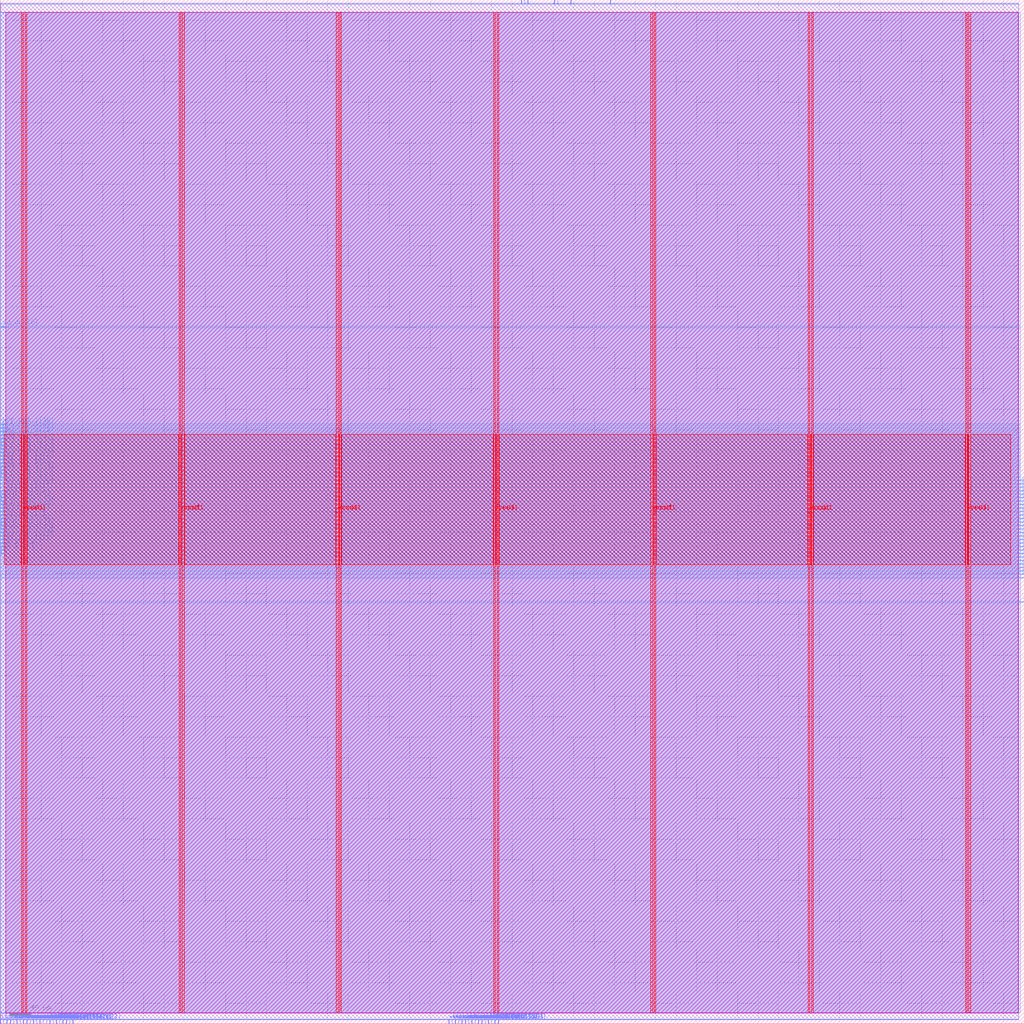
<source format=lef>
VERSION 5.7 ;
  NOWIREEXTENSIONATPIN ON ;
  DIVIDERCHAR "/" ;
  BUSBITCHARS "[]" ;
MACRO i2s_example
  CLASS BLOCK ;
  FOREIGN i2s_example ;
  ORIGIN 0.000 0.000 ;
  SIZE 1000.000 BY 1000.000 ;
  PIN io_in
    DIRECTION INPUT ;
    USE SIGNAL ;
    PORT
      LAYER met2 ;
        RECT 0.090 0.000 0.370 4.000 ;
    END
  END io_in
  PIN io_oeb[0]
    DIRECTION OUTPUT ;
    USE SIGNAL ;
    PORT
      LAYER met3 ;
        RECT 0.000 465.840 4.000 466.440 ;
    END
  END io_oeb[0]
  PIN io_oeb[1]
    DIRECTION OUTPUT ;
    USE SIGNAL ;
    PORT
      LAYER met2 ;
        RECT 557.150 996.000 557.430 1000.000 ;
    END
  END io_oeb[1]
  PIN io_oeb[2]
    DIRECTION OUTPUT ;
    USE SIGNAL ;
    PORT
      LAYER met2 ;
        RECT 595.790 996.000 596.070 1000.000 ;
    END
  END io_oeb[2]
  PIN io_out[0]
    DIRECTION OUTPUT ;
    USE SIGNAL ;
    PORT
      LAYER met3 ;
        RECT 0.000 680.040 4.000 680.640 ;
    END
  END io_out[0]
  PIN io_out[1]
    DIRECTION OUTPUT ;
    USE SIGNAL ;
    PORT
      LAYER met3 ;
        RECT 996.000 411.440 1000.000 412.040 ;
    END
  END io_out[1]
  PIN la_data_in
    DIRECTION INPUT ;
    USE SIGNAL ;
    PORT
      LAYER met2 ;
        RECT 3.310 0.000 3.590 4.000 ;
    END
  END la_data_in
  PIN la_data_out
    DIRECTION OUTPUT ;
    USE SIGNAL ;
    ANTENNADIFFAREA 2.673000 ;
    PORT
      LAYER met3 ;
        RECT 996.000 530.440 1000.000 531.040 ;
    END
  END la_data_out
  PIN la_oenb
    DIRECTION INPUT ;
    USE SIGNAL ;
    PORT
      LAYER met2 ;
        RECT 6.530 0.000 6.810 4.000 ;
    END
  END la_oenb
  PIN vccd1
    DIRECTION INOUT ;
    USE POWER ;
    PORT
      LAYER met4 ;
        RECT 21.040 10.640 22.640 987.600 ;
    END
    PORT
      LAYER met4 ;
        RECT 174.640 10.640 176.240 987.600 ;
    END
    PORT
      LAYER met4 ;
        RECT 328.240 10.640 329.840 987.600 ;
    END
    PORT
      LAYER met4 ;
        RECT 481.840 10.640 483.440 987.600 ;
    END
    PORT
      LAYER met4 ;
        RECT 635.440 10.640 637.040 987.600 ;
    END
    PORT
      LAYER met4 ;
        RECT 789.040 10.640 790.640 987.600 ;
    END
    PORT
      LAYER met4 ;
        RECT 942.640 10.640 944.240 987.600 ;
    END
  END vccd1
  PIN vssd1
    DIRECTION INOUT ;
    USE GROUND ;
    PORT
      LAYER met4 ;
        RECT 24.340 10.640 25.940 987.600 ;
    END
    PORT
      LAYER met4 ;
        RECT 177.940 10.640 179.540 987.600 ;
    END
    PORT
      LAYER met4 ;
        RECT 331.540 10.640 333.140 987.600 ;
    END
    PORT
      LAYER met4 ;
        RECT 485.140 10.640 486.740 987.600 ;
    END
    PORT
      LAYER met4 ;
        RECT 638.740 10.640 640.340 987.600 ;
    END
    PORT
      LAYER met4 ;
        RECT 792.340 10.640 793.940 987.600 ;
    END
    PORT
      LAYER met4 ;
        RECT 945.940 10.640 947.540 987.600 ;
    END
  END vssd1
  PIN wb_clk_i
    DIRECTION INPUT ;
    USE SIGNAL ;
    ANTENNAGATEAREA 1.286700 ;
    ANTENNADIFFAREA 0.434700 ;
    PORT
      LAYER met3 ;
        RECT 0.000 462.440 4.000 463.040 ;
    END
  END wb_clk_i
  PIN wb_rst_i
    DIRECTION INPUT ;
    USE SIGNAL ;
    ANTENNAGATEAREA 1.177200 ;
    ANTENNADIFFAREA 0.434700 ;
    PORT
      LAYER met3 ;
        RECT 0.000 459.040 4.000 459.640 ;
    END
  END wb_rst_i
  PIN wbs_ack_o
    DIRECTION OUTPUT ;
    USE SIGNAL ;
    ANTENNADIFFAREA 2.673000 ;
    PORT
      LAYER met3 ;
        RECT 996.000 435.240 1000.000 435.840 ;
    END
  END wbs_ack_o
  PIN wbs_adr_i[0]
    DIRECTION INPUT ;
    USE SIGNAL ;
    ANTENNAGATEAREA 0.560700 ;
    ANTENNADIFFAREA 0.434700 ;
    PORT
      LAYER met3 ;
        RECT 996.000 486.240 1000.000 486.840 ;
    END
  END wbs_adr_i[0]
  PIN wbs_adr_i[10]
    DIRECTION INPUT ;
    USE SIGNAL ;
    ANTENNAGATEAREA 0.631200 ;
    ANTENNADIFFAREA 0.434700 ;
    PORT
      LAYER met3 ;
        RECT 996.000 523.640 1000.000 524.240 ;
    END
  END wbs_adr_i[10]
  PIN wbs_adr_i[11]
    DIRECTION INPUT ;
    USE SIGNAL ;
    ANTENNAGATEAREA 0.560700 ;
    ANTENNADIFFAREA 0.434700 ;
    PORT
      LAYER met3 ;
        RECT 996.000 503.240 1000.000 503.840 ;
    END
  END wbs_adr_i[11]
  PIN wbs_adr_i[12]
    DIRECTION INPUT ;
    USE SIGNAL ;
    ANTENNAGATEAREA 0.631200 ;
    ANTENNADIFFAREA 0.434700 ;
    PORT
      LAYER met3 ;
        RECT 996.000 496.440 1000.000 497.040 ;
    END
  END wbs_adr_i[12]
  PIN wbs_adr_i[13]
    DIRECTION INPUT ;
    USE SIGNAL ;
    ANTENNAGATEAREA 0.631200 ;
    ANTENNADIFFAREA 0.434700 ;
    PORT
      LAYER met3 ;
        RECT 996.000 516.840 1000.000 517.440 ;
    END
  END wbs_adr_i[13]
  PIN wbs_adr_i[14]
    DIRECTION INPUT ;
    USE SIGNAL ;
    ANTENNAGATEAREA 0.560700 ;
    ANTENNADIFFAREA 0.434700 ;
    PORT
      LAYER met3 ;
        RECT 996.000 493.040 1000.000 493.640 ;
    END
  END wbs_adr_i[14]
  PIN wbs_adr_i[15]
    DIRECTION INPUT ;
    USE SIGNAL ;
    ANTENNAGATEAREA 0.631200 ;
    ANTENNADIFFAREA 0.434700 ;
    PORT
      LAYER met3 ;
        RECT 996.000 513.440 1000.000 514.040 ;
    END
  END wbs_adr_i[15]
  PIN wbs_adr_i[16]
    DIRECTION INPUT ;
    USE SIGNAL ;
    PORT
      LAYER met2 ;
        RECT 9.750 0.000 10.030 4.000 ;
    END
  END wbs_adr_i[16]
  PIN wbs_adr_i[17]
    DIRECTION INPUT ;
    USE SIGNAL ;
    PORT
      LAYER met2 ;
        RECT 12.970 0.000 13.250 4.000 ;
    END
  END wbs_adr_i[17]
  PIN wbs_adr_i[18]
    DIRECTION INPUT ;
    USE SIGNAL ;
    PORT
      LAYER met2 ;
        RECT 16.190 0.000 16.470 4.000 ;
    END
  END wbs_adr_i[18]
  PIN wbs_adr_i[19]
    DIRECTION INPUT ;
    USE SIGNAL ;
    PORT
      LAYER met2 ;
        RECT 19.410 0.000 19.690 4.000 ;
    END
  END wbs_adr_i[19]
  PIN wbs_adr_i[1]
    DIRECTION INPUT ;
    USE SIGNAL ;
    ANTENNAGATEAREA 0.560700 ;
    ANTENNADIFFAREA 0.434700 ;
    PORT
      LAYER met3 ;
        RECT 996.000 438.640 1000.000 439.240 ;
    END
  END wbs_adr_i[1]
  PIN wbs_adr_i[20]
    DIRECTION INPUT ;
    USE SIGNAL ;
    PORT
      LAYER met2 ;
        RECT 22.630 0.000 22.910 4.000 ;
    END
  END wbs_adr_i[20]
  PIN wbs_adr_i[21]
    DIRECTION INPUT ;
    USE SIGNAL ;
    PORT
      LAYER met2 ;
        RECT 25.850 0.000 26.130 4.000 ;
    END
  END wbs_adr_i[21]
  PIN wbs_adr_i[22]
    DIRECTION INPUT ;
    USE SIGNAL ;
    PORT
      LAYER met2 ;
        RECT 29.070 0.000 29.350 4.000 ;
    END
  END wbs_adr_i[22]
  PIN wbs_adr_i[23]
    DIRECTION INPUT ;
    USE SIGNAL ;
    PORT
      LAYER met2 ;
        RECT 32.290 0.000 32.570 4.000 ;
    END
  END wbs_adr_i[23]
  PIN wbs_adr_i[24]
    DIRECTION INPUT ;
    USE SIGNAL ;
    PORT
      LAYER met2 ;
        RECT 35.510 0.000 35.790 4.000 ;
    END
  END wbs_adr_i[24]
  PIN wbs_adr_i[25]
    DIRECTION INPUT ;
    USE SIGNAL ;
    PORT
      LAYER met2 ;
        RECT 38.730 0.000 39.010 4.000 ;
    END
  END wbs_adr_i[25]
  PIN wbs_adr_i[26]
    DIRECTION INPUT ;
    USE SIGNAL ;
    PORT
      LAYER met2 ;
        RECT 41.950 0.000 42.230 4.000 ;
    END
  END wbs_adr_i[26]
  PIN wbs_adr_i[27]
    DIRECTION INPUT ;
    USE SIGNAL ;
    PORT
      LAYER met2 ;
        RECT 45.170 0.000 45.450 4.000 ;
    END
  END wbs_adr_i[27]
  PIN wbs_adr_i[28]
    DIRECTION INPUT ;
    USE SIGNAL ;
    PORT
      LAYER met2 ;
        RECT 48.390 0.000 48.670 4.000 ;
    END
  END wbs_adr_i[28]
  PIN wbs_adr_i[29]
    DIRECTION INPUT ;
    USE SIGNAL ;
    PORT
      LAYER met2 ;
        RECT 51.610 0.000 51.890 4.000 ;
    END
  END wbs_adr_i[29]
  PIN wbs_adr_i[2]
    DIRECTION INPUT ;
    USE SIGNAL ;
    ANTENNAGATEAREA 0.560700 ;
    ANTENNADIFFAREA 0.434700 ;
    PORT
      LAYER met3 ;
        RECT 996.000 482.840 1000.000 483.440 ;
    END
  END wbs_adr_i[2]
  PIN wbs_adr_i[30]
    DIRECTION INPUT ;
    USE SIGNAL ;
    PORT
      LAYER met2 ;
        RECT 54.830 0.000 55.110 4.000 ;
    END
  END wbs_adr_i[30]
  PIN wbs_adr_i[31]
    DIRECTION INPUT ;
    USE SIGNAL ;
    PORT
      LAYER met2 ;
        RECT 58.050 0.000 58.330 4.000 ;
    END
  END wbs_adr_i[31]
  PIN wbs_adr_i[3]
    DIRECTION INPUT ;
    USE SIGNAL ;
    ANTENNAGATEAREA 0.560700 ;
    ANTENNADIFFAREA 0.434700 ;
    PORT
      LAYER met3 ;
        RECT 996.000 479.440 1000.000 480.040 ;
    END
  END wbs_adr_i[3]
  PIN wbs_adr_i[4]
    DIRECTION INPUT ;
    USE SIGNAL ;
    ANTENNAGATEAREA 0.631200 ;
    ANTENNADIFFAREA 0.434700 ;
    PORT
      LAYER met3 ;
        RECT 996.000 499.840 1000.000 500.440 ;
    END
  END wbs_adr_i[4]
  PIN wbs_adr_i[5]
    DIRECTION INPUT ;
    USE SIGNAL ;
    ANTENNAGATEAREA 0.631200 ;
    ANTENNADIFFAREA 0.434700 ;
    PORT
      LAYER met3 ;
        RECT 996.000 445.440 1000.000 446.040 ;
    END
  END wbs_adr_i[5]
  PIN wbs_adr_i[6]
    DIRECTION INPUT ;
    USE SIGNAL ;
    ANTENNAGATEAREA 0.560700 ;
    ANTENNADIFFAREA 0.434700 ;
    PORT
      LAYER met3 ;
        RECT 996.000 476.040 1000.000 476.640 ;
    END
  END wbs_adr_i[6]
  PIN wbs_adr_i[7]
    DIRECTION INPUT ;
    USE SIGNAL ;
    ANTENNAGATEAREA 0.631200 ;
    ANTENNADIFFAREA 0.434700 ;
    PORT
      LAYER met3 ;
        RECT 996.000 489.640 1000.000 490.240 ;
    END
  END wbs_adr_i[7]
  PIN wbs_adr_i[8]
    DIRECTION INPUT ;
    USE SIGNAL ;
    ANTENNAGATEAREA 0.560700 ;
    ANTENNADIFFAREA 0.434700 ;
    PORT
      LAYER met3 ;
        RECT 996.000 520.240 1000.000 520.840 ;
    END
  END wbs_adr_i[8]
  PIN wbs_adr_i[9]
    DIRECTION INPUT ;
    USE SIGNAL ;
    ANTENNAGATEAREA 0.560700 ;
    ANTENNADIFFAREA 0.434700 ;
    PORT
      LAYER met3 ;
        RECT 996.000 510.040 1000.000 510.640 ;
    END
  END wbs_adr_i[9]
  PIN wbs_cyc_i
    DIRECTION INPUT ;
    USE SIGNAL ;
    ANTENNAGATEAREA 0.560700 ;
    ANTENNADIFFAREA 0.434700 ;
    PORT
      LAYER met3 ;
        RECT 996.000 448.840 1000.000 449.440 ;
    END
  END wbs_cyc_i
  PIN wbs_dat_i[0]
    DIRECTION INPUT ;
    USE SIGNAL ;
    ANTENNAGATEAREA 0.560700 ;
    ANTENNADIFFAREA 0.434700 ;
    PORT
      LAYER met3 ;
        RECT 996.000 506.640 1000.000 507.240 ;
    END
  END wbs_dat_i[0]
  PIN wbs_dat_i[10]
    DIRECTION INPUT ;
    USE SIGNAL ;
    ANTENNAGATEAREA 0.560700 ;
    ANTENNADIFFAREA 0.434700 ;
    PORT
      LAYER met2 ;
        RECT 466.990 0.000 467.270 4.000 ;
    END
  END wbs_dat_i[10]
  PIN wbs_dat_i[11]
    DIRECTION INPUT ;
    USE SIGNAL ;
    ANTENNAGATEAREA 0.560700 ;
    ANTENNADIFFAREA 0.434700 ;
    PORT
      LAYER met2 ;
        RECT 463.770 0.000 464.050 4.000 ;
    END
  END wbs_dat_i[11]
  PIN wbs_dat_i[12]
    DIRECTION INPUT ;
    USE SIGNAL ;
    ANTENNAGATEAREA 0.560700 ;
    ANTENNADIFFAREA 0.434700 ;
    PORT
      LAYER met3 ;
        RECT 0.000 476.040 4.000 476.640 ;
    END
  END wbs_dat_i[12]
  PIN wbs_dat_i[13]
    DIRECTION INPUT ;
    USE SIGNAL ;
    ANTENNAGATEAREA 0.560700 ;
    ANTENNADIFFAREA 0.434700 ;
    PORT
      LAYER met3 ;
        RECT 0.000 486.240 4.000 486.840 ;
    END
  END wbs_dat_i[13]
  PIN wbs_dat_i[14]
    DIRECTION INPUT ;
    USE SIGNAL ;
    ANTENNAGATEAREA 0.560700 ;
    ANTENNADIFFAREA 0.434700 ;
    PORT
      LAYER met2 ;
        RECT 447.670 0.000 447.950 4.000 ;
    END
  END wbs_dat_i[14]
  PIN wbs_dat_i[15]
    DIRECTION INPUT ;
    USE SIGNAL ;
    ANTENNAGATEAREA 0.560700 ;
    ANTENNADIFFAREA 0.434700 ;
    PORT
      LAYER met3 ;
        RECT 0.000 472.640 4.000 473.240 ;
    END
  END wbs_dat_i[15]
  PIN wbs_dat_i[16]
    DIRECTION INPUT ;
    USE SIGNAL ;
    ANTENNAGATEAREA 0.560700 ;
    ANTENNADIFFAREA 0.434700 ;
    PORT
      LAYER met3 ;
        RECT 0.000 530.440 4.000 531.040 ;
    END
  END wbs_dat_i[16]
  PIN wbs_dat_i[17]
    DIRECTION INPUT ;
    USE SIGNAL ;
    ANTENNAGATEAREA 0.560700 ;
    ANTENNADIFFAREA 0.434700 ;
    PORT
      LAYER met2 ;
        RECT 438.010 0.000 438.290 4.000 ;
    END
  END wbs_dat_i[17]
  PIN wbs_dat_i[18]
    DIRECTION INPUT ;
    USE SIGNAL ;
    ANTENNAGATEAREA 0.560700 ;
    ANTENNADIFFAREA 0.434700 ;
    PORT
      LAYER met2 ;
        RECT 508.850 996.000 509.130 1000.000 ;
    END
  END wbs_dat_i[18]
  PIN wbs_dat_i[19]
    DIRECTION INPUT ;
    USE SIGNAL ;
    ANTENNAGATEAREA 0.560700 ;
    ANTENNADIFFAREA 0.434700 ;
    PORT
      LAYER met3 ;
        RECT 0.000 584.840 4.000 585.440 ;
    END
  END wbs_dat_i[19]
  PIN wbs_dat_i[1]
    DIRECTION INPUT ;
    USE SIGNAL ;
    ANTENNAGATEAREA 0.560700 ;
    ANTENNADIFFAREA 0.434700 ;
    PORT
      LAYER met2 ;
        RECT 541.050 996.000 541.330 1000.000 ;
    END
  END wbs_dat_i[1]
  PIN wbs_dat_i[20]
    DIRECTION INPUT ;
    USE SIGNAL ;
    ANTENNAGATEAREA 0.560700 ;
    ANTENNADIFFAREA 0.434700 ;
    PORT
      LAYER met3 ;
        RECT 0.000 479.440 4.000 480.040 ;
    END
  END wbs_dat_i[20]
  PIN wbs_dat_i[21]
    DIRECTION INPUT ;
    USE SIGNAL ;
    ANTENNAGATEAREA 0.560700 ;
    ANTENNADIFFAREA 0.434700 ;
    PORT
      LAYER met3 ;
        RECT 0.000 571.240 4.000 571.840 ;
    END
  END wbs_dat_i[21]
  PIN wbs_dat_i[22]
    DIRECTION INPUT ;
    USE SIGNAL ;
    ANTENNAGATEAREA 0.560700 ;
    ANTENNADIFFAREA 0.434700 ;
    PORT
      LAYER met2 ;
        RECT 470.210 0.000 470.490 4.000 ;
    END
  END wbs_dat_i[22]
  PIN wbs_dat_i[23]
    DIRECTION INPUT ;
    USE SIGNAL ;
    ANTENNAGATEAREA 0.560700 ;
    ANTENNADIFFAREA 0.434700 ;
    PORT
      LAYER met3 ;
        RECT 0.000 564.440 4.000 565.040 ;
    END
  END wbs_dat_i[23]
  PIN wbs_dat_i[24]
    DIRECTION INPUT ;
    USE SIGNAL ;
    ANTENNAGATEAREA 0.560700 ;
    ANTENNADIFFAREA 0.434700 ;
    PORT
      LAYER met2 ;
        RECT 457.330 0.000 457.610 4.000 ;
    END
  END wbs_dat_i[24]
  PIN wbs_dat_i[25]
    DIRECTION INPUT ;
    USE SIGNAL ;
    ANTENNAGATEAREA 0.560700 ;
    ANTENNADIFFAREA 0.434700 ;
    PORT
      LAYER met3 ;
        RECT 0.000 550.840 4.000 551.440 ;
    END
  END wbs_dat_i[25]
  PIN wbs_dat_i[26]
    DIRECTION INPUT ;
    USE SIGNAL ;
    ANTENNAGATEAREA 0.560700 ;
    ANTENNADIFFAREA 0.434700 ;
    PORT
      LAYER met3 ;
        RECT 0.000 581.440 4.000 582.040 ;
    END
  END wbs_dat_i[26]
  PIN wbs_dat_i[27]
    DIRECTION INPUT ;
    USE SIGNAL ;
    ANTENNAGATEAREA 0.560700 ;
    ANTENNADIFFAREA 0.434700 ;
    PORT
      LAYER met3 ;
        RECT 0.000 537.240 4.000 537.840 ;
    END
  END wbs_dat_i[27]
  PIN wbs_dat_i[28]
    DIRECTION INPUT ;
    USE SIGNAL ;
    ANTENNAGATEAREA 0.560700 ;
    ANTENNADIFFAREA 0.434700 ;
    PORT
      LAYER met3 ;
        RECT 0.000 469.240 4.000 469.840 ;
    END
  END wbs_dat_i[28]
  PIN wbs_dat_i[29]
    DIRECTION INPUT ;
    USE SIGNAL ;
    ANTENNAGATEAREA 0.560700 ;
    ANTENNADIFFAREA 0.434700 ;
    PORT
      LAYER met2 ;
        RECT 441.230 0.000 441.510 4.000 ;
    END
  END wbs_dat_i[29]
  PIN wbs_dat_i[2]
    DIRECTION INPUT ;
    USE SIGNAL ;
    ANTENNAGATEAREA 0.560700 ;
    ANTENNADIFFAREA 0.434700 ;
    PORT
      LAYER met2 ;
        RECT 544.270 996.000 544.550 1000.000 ;
    END
  END wbs_dat_i[2]
  PIN wbs_dat_i[30]
    DIRECTION INPUT ;
    USE SIGNAL ;
    ANTENNAGATEAREA 0.560700 ;
    ANTENNADIFFAREA 0.434700 ;
    PORT
      LAYER met3 ;
        RECT 0.000 547.440 4.000 548.040 ;
    END
  END wbs_dat_i[30]
  PIN wbs_dat_i[31]
    DIRECTION INPUT ;
    USE SIGNAL ;
    ANTENNAGATEAREA 0.560700 ;
    ANTENNADIFFAREA 0.434700 ;
    PORT
      LAYER met3 ;
        RECT 0.000 554.240 4.000 554.840 ;
    END
  END wbs_dat_i[31]
  PIN wbs_dat_i[3]
    DIRECTION INPUT ;
    USE SIGNAL ;
    ANTENNAGATEAREA 0.560700 ;
    ANTENNADIFFAREA 0.434700 ;
    PORT
      LAYER met3 ;
        RECT 996.000 527.040 1000.000 527.640 ;
    END
  END wbs_dat_i[3]
  PIN wbs_dat_i[4]
    DIRECTION INPUT ;
    USE SIGNAL ;
    ANTENNAGATEAREA 0.560700 ;
    ANTENNADIFFAREA 0.434700 ;
    PORT
      LAYER met3 ;
        RECT 996.000 455.640 1000.000 456.240 ;
    END
  END wbs_dat_i[4]
  PIN wbs_dat_i[5]
    DIRECTION INPUT ;
    USE SIGNAL ;
    ANTENNAGATEAREA 0.560700 ;
    ANTENNADIFFAREA 0.434700 ;
    PORT
      LAYER met3 ;
        RECT 996.000 472.640 1000.000 473.240 ;
    END
  END wbs_dat_i[5]
  PIN wbs_dat_i[6]
    DIRECTION INPUT ;
    USE SIGNAL ;
    ANTENNAGATEAREA 0.560700 ;
    ANTENNADIFFAREA 0.434700 ;
    PORT
      LAYER met3 ;
        RECT 0.000 496.440 4.000 497.040 ;
    END
  END wbs_dat_i[6]
  PIN wbs_dat_i[7]
    DIRECTION INPUT ;
    USE SIGNAL ;
    ANTENNAGATEAREA 0.560700 ;
    ANTENNADIFFAREA 0.434700 ;
    PORT
      LAYER met3 ;
        RECT 0.000 493.040 4.000 493.640 ;
    END
  END wbs_dat_i[7]
  PIN wbs_dat_i[8]
    DIRECTION INPUT ;
    USE SIGNAL ;
    ANTENNAGATEAREA 0.560700 ;
    ANTENNADIFFAREA 0.434700 ;
    PORT
      LAYER met3 ;
        RECT 996.000 462.440 1000.000 463.040 ;
    END
  END wbs_dat_i[8]
  PIN wbs_dat_i[9]
    DIRECTION INPUT ;
    USE SIGNAL ;
    ANTENNAGATEAREA 0.560700 ;
    ANTENNADIFFAREA 0.434700 ;
    PORT
      LAYER met2 ;
        RECT 483.090 0.000 483.370 4.000 ;
    END
  END wbs_dat_i[9]
  PIN wbs_dat_o[0]
    DIRECTION OUTPUT ;
    USE SIGNAL ;
    ANTENNADIFFAREA 2.673000 ;
    PORT
      LAYER met3 ;
        RECT 0.000 489.640 4.000 490.240 ;
    END
  END wbs_dat_o[0]
  PIN wbs_dat_o[10]
    DIRECTION OUTPUT ;
    USE SIGNAL ;
    ANTENNADIFFAREA 2.673000 ;
    PORT
      LAYER met2 ;
        RECT 479.870 0.000 480.150 4.000 ;
    END
  END wbs_dat_o[10]
  PIN wbs_dat_o[11]
    DIRECTION OUTPUT ;
    USE SIGNAL ;
    ANTENNADIFFAREA 2.673000 ;
    PORT
      LAYER met2 ;
        RECT 476.650 0.000 476.930 4.000 ;
    END
  END wbs_dat_o[11]
  PIN wbs_dat_o[12]
    DIRECTION OUTPUT ;
    USE SIGNAL ;
    ANTENNADIFFAREA 2.673000 ;
    PORT
      LAYER met3 ;
        RECT 0.000 503.240 4.000 503.840 ;
    END
  END wbs_dat_o[12]
  PIN wbs_dat_o[13]
    DIRECTION OUTPUT ;
    USE SIGNAL ;
    ANTENNADIFFAREA 2.673000 ;
    PORT
      LAYER met3 ;
        RECT 0.000 506.640 4.000 507.240 ;
    END
  END wbs_dat_o[13]
  PIN wbs_dat_o[14]
    DIRECTION OUTPUT ;
    USE SIGNAL ;
    ANTENNADIFFAREA 2.673000 ;
    PORT
      LAYER met2 ;
        RECT 454.110 0.000 454.390 4.000 ;
    END
  END wbs_dat_o[14]
  PIN wbs_dat_o[15]
    DIRECTION OUTPUT ;
    USE SIGNAL ;
    ANTENNADIFFAREA 2.673000 ;
    PORT
      LAYER met3 ;
        RECT 0.000 510.040 4.000 510.640 ;
    END
  END wbs_dat_o[15]
  PIN wbs_dat_o[16]
    DIRECTION OUTPUT ;
    USE SIGNAL ;
    ANTENNADIFFAREA 2.673000 ;
    PORT
      LAYER met3 ;
        RECT 0.000 527.040 4.000 527.640 ;
    END
  END wbs_dat_o[16]
  PIN wbs_dat_o[17]
    DIRECTION OUTPUT ;
    USE SIGNAL ;
    ANTENNADIFFAREA 2.673000 ;
    PORT
      LAYER met2 ;
        RECT 450.890 0.000 451.170 4.000 ;
    END
  END wbs_dat_o[17]
  PIN wbs_dat_o[18]
    DIRECTION OUTPUT ;
    USE SIGNAL ;
    ANTENNADIFFAREA 2.673000 ;
    PORT
      LAYER met2 ;
        RECT 515.290 996.000 515.570 1000.000 ;
    END
  END wbs_dat_o[18]
  PIN wbs_dat_o[19]
    DIRECTION OUTPUT ;
    USE SIGNAL ;
    ANTENNADIFFAREA 2.673000 ;
    PORT
      LAYER met3 ;
        RECT 0.000 574.640 4.000 575.240 ;
    END
  END wbs_dat_o[19]
  PIN wbs_dat_o[1]
    DIRECTION OUTPUT ;
    USE SIGNAL ;
    ANTENNADIFFAREA 2.673000 ;
    PORT
      LAYER met3 ;
        RECT 0.000 520.240 4.000 520.840 ;
    END
  END wbs_dat_o[1]
  PIN wbs_dat_o[20]
    DIRECTION OUTPUT ;
    USE SIGNAL ;
    ANTENNADIFFAREA 2.673000 ;
    PORT
      LAYER met3 ;
        RECT 0.000 482.840 4.000 483.440 ;
    END
  END wbs_dat_o[20]
  PIN wbs_dat_o[21]
    DIRECTION OUTPUT ;
    USE SIGNAL ;
    ANTENNADIFFAREA 2.673000 ;
    PORT
      LAYER met3 ;
        RECT 0.000 557.640 4.000 558.240 ;
    END
  END wbs_dat_o[21]
  PIN wbs_dat_o[22]
    DIRECTION OUTPUT ;
    USE SIGNAL ;
    ANTENNADIFFAREA 2.673000 ;
    PORT
      LAYER met2 ;
        RECT 473.430 0.000 473.710 4.000 ;
    END
  END wbs_dat_o[22]
  PIN wbs_dat_o[23]
    DIRECTION OUTPUT ;
    USE SIGNAL ;
    ANTENNADIFFAREA 2.673000 ;
    PORT
      LAYER met3 ;
        RECT 0.000 540.640 4.000 541.240 ;
    END
  END wbs_dat_o[23]
  PIN wbs_dat_o[24]
    DIRECTION OUTPUT ;
    USE SIGNAL ;
    ANTENNADIFFAREA 2.673000 ;
    PORT
      LAYER met2 ;
        RECT 460.550 0.000 460.830 4.000 ;
    END
  END wbs_dat_o[24]
  PIN wbs_dat_o[25]
    DIRECTION OUTPUT ;
    USE SIGNAL ;
    ANTENNADIFFAREA 2.673000 ;
    PORT
      LAYER met3 ;
        RECT 0.000 544.040 4.000 544.640 ;
    END
  END wbs_dat_o[25]
  PIN wbs_dat_o[26]
    DIRECTION OUTPUT ;
    USE SIGNAL ;
    ANTENNADIFFAREA 2.673000 ;
    PORT
      LAYER met3 ;
        RECT 0.000 533.840 4.000 534.440 ;
    END
  END wbs_dat_o[26]
  PIN wbs_dat_o[27]
    DIRECTION OUTPUT ;
    USE SIGNAL ;
    ANTENNADIFFAREA 2.673000 ;
    PORT
      LAYER met3 ;
        RECT 0.000 578.040 4.000 578.640 ;
    END
  END wbs_dat_o[27]
  PIN wbs_dat_o[28]
    DIRECTION OUTPUT ;
    USE SIGNAL ;
    ANTENNADIFFAREA 2.673000 ;
    PORT
      LAYER met3 ;
        RECT 0.000 523.640 4.000 524.240 ;
    END
  END wbs_dat_o[28]
  PIN wbs_dat_o[29]
    DIRECTION OUTPUT ;
    USE SIGNAL ;
    ANTENNADIFFAREA 2.673000 ;
    PORT
      LAYER met2 ;
        RECT 444.450 0.000 444.730 4.000 ;
    END
  END wbs_dat_o[29]
  PIN wbs_dat_o[2]
    DIRECTION OUTPUT ;
    USE SIGNAL ;
    ANTENNADIFFAREA 2.673000 ;
    PORT
      LAYER met2 ;
        RECT 512.070 996.000 512.350 1000.000 ;
    END
  END wbs_dat_o[2]
  PIN wbs_dat_o[30]
    DIRECTION OUTPUT ;
    USE SIGNAL ;
    ANTENNADIFFAREA 2.673000 ;
    PORT
      LAYER met3 ;
        RECT 0.000 561.040 4.000 561.640 ;
    END
  END wbs_dat_o[30]
  PIN wbs_dat_o[31]
    DIRECTION OUTPUT ;
    USE SIGNAL ;
    ANTENNADIFFAREA 2.673000 ;
    PORT
      LAYER met3 ;
        RECT 0.000 567.840 4.000 568.440 ;
    END
  END wbs_dat_o[31]
  PIN wbs_dat_o[3]
    DIRECTION OUTPUT ;
    USE SIGNAL ;
    ANTENNADIFFAREA 2.673000 ;
    PORT
      LAYER met3 ;
        RECT 0.000 516.840 4.000 517.440 ;
    END
  END wbs_dat_o[3]
  PIN wbs_dat_o[4]
    DIRECTION OUTPUT ;
    USE SIGNAL ;
    ANTENNADIFFAREA 2.673000 ;
    PORT
      LAYER met3 ;
        RECT 996.000 469.240 1000.000 469.840 ;
    END
  END wbs_dat_o[4]
  PIN wbs_dat_o[5]
    DIRECTION OUTPUT ;
    USE SIGNAL ;
    ANTENNADIFFAREA 2.673000 ;
    PORT
      LAYER met3 ;
        RECT 996.000 442.040 1000.000 442.640 ;
    END
  END wbs_dat_o[5]
  PIN wbs_dat_o[6]
    DIRECTION OUTPUT ;
    USE SIGNAL ;
    ANTENNADIFFAREA 2.673000 ;
    PORT
      LAYER met3 ;
        RECT 0.000 513.440 4.000 514.040 ;
    END
  END wbs_dat_o[6]
  PIN wbs_dat_o[7]
    DIRECTION OUTPUT ;
    USE SIGNAL ;
    ANTENNADIFFAREA 2.673000 ;
    PORT
      LAYER met3 ;
        RECT 0.000 499.840 4.000 500.440 ;
    END
  END wbs_dat_o[7]
  PIN wbs_dat_o[8]
    DIRECTION OUTPUT ;
    USE SIGNAL ;
    ANTENNADIFFAREA 2.673000 ;
    PORT
      LAYER met3 ;
        RECT 996.000 465.840 1000.000 466.440 ;
    END
  END wbs_dat_o[8]
  PIN wbs_dat_o[9]
    DIRECTION OUTPUT ;
    USE SIGNAL ;
    ANTENNADIFFAREA 2.673000 ;
    PORT
      LAYER met2 ;
        RECT 486.310 0.000 486.590 4.000 ;
    END
  END wbs_dat_o[9]
  PIN wbs_sel_i[0]
    DIRECTION INPUT ;
    USE SIGNAL ;
    PORT
      LAYER met2 ;
        RECT 61.270 0.000 61.550 4.000 ;
    END
  END wbs_sel_i[0]
  PIN wbs_sel_i[1]
    DIRECTION INPUT ;
    USE SIGNAL ;
    PORT
      LAYER met2 ;
        RECT 64.490 0.000 64.770 4.000 ;
    END
  END wbs_sel_i[1]
  PIN wbs_sel_i[2]
    DIRECTION INPUT ;
    USE SIGNAL ;
    PORT
      LAYER met2 ;
        RECT 67.710 0.000 67.990 4.000 ;
    END
  END wbs_sel_i[2]
  PIN wbs_sel_i[3]
    DIRECTION INPUT ;
    USE SIGNAL ;
    PORT
      LAYER met2 ;
        RECT 70.930 0.000 71.210 4.000 ;
    END
  END wbs_sel_i[3]
  PIN wbs_stb_i
    DIRECTION INPUT ;
    USE SIGNAL ;
    ANTENNAGATEAREA 0.631200 ;
    ANTENNADIFFAREA 0.434700 ;
    PORT
      LAYER met3 ;
        RECT 996.000 452.240 1000.000 452.840 ;
    END
  END wbs_stb_i
  PIN wbs_we_i
    DIRECTION INPUT ;
    USE SIGNAL ;
    ANTENNAGATEAREA 0.631200 ;
    ANTENNADIFFAREA 0.434700 ;
    PORT
      LAYER met3 ;
        RECT 996.000 459.040 1000.000 459.640 ;
    END
  END wbs_we_i
  OBS
      LAYER nwell ;
        RECT 5.330 10.795 994.250 987.550 ;
      LAYER li1 ;
        RECT 5.520 10.795 994.060 987.445 ;
      LAYER met1 ;
        RECT 0.530 10.240 994.450 987.600 ;
      LAYER met2 ;
        RECT 0.550 995.720 508.570 996.610 ;
        RECT 509.410 995.720 511.790 996.610 ;
        RECT 512.630 995.720 515.010 996.610 ;
        RECT 515.850 995.720 540.770 996.610 ;
        RECT 541.610 995.720 543.990 996.610 ;
        RECT 544.830 995.720 556.870 996.610 ;
        RECT 557.710 995.720 595.510 996.610 ;
        RECT 596.350 995.720 994.420 996.610 ;
        RECT 0.550 4.280 994.420 995.720 ;
        RECT 0.650 4.000 3.030 4.280 ;
        RECT 3.870 4.000 6.250 4.280 ;
        RECT 7.090 4.000 9.470 4.280 ;
        RECT 10.310 4.000 12.690 4.280 ;
        RECT 13.530 4.000 15.910 4.280 ;
        RECT 16.750 4.000 19.130 4.280 ;
        RECT 19.970 4.000 22.350 4.280 ;
        RECT 23.190 4.000 25.570 4.280 ;
        RECT 26.410 4.000 28.790 4.280 ;
        RECT 29.630 4.000 32.010 4.280 ;
        RECT 32.850 4.000 35.230 4.280 ;
        RECT 36.070 4.000 38.450 4.280 ;
        RECT 39.290 4.000 41.670 4.280 ;
        RECT 42.510 4.000 44.890 4.280 ;
        RECT 45.730 4.000 48.110 4.280 ;
        RECT 48.950 4.000 51.330 4.280 ;
        RECT 52.170 4.000 54.550 4.280 ;
        RECT 55.390 4.000 57.770 4.280 ;
        RECT 58.610 4.000 60.990 4.280 ;
        RECT 61.830 4.000 64.210 4.280 ;
        RECT 65.050 4.000 67.430 4.280 ;
        RECT 68.270 4.000 70.650 4.280 ;
        RECT 71.490 4.000 437.730 4.280 ;
        RECT 438.570 4.000 440.950 4.280 ;
        RECT 441.790 4.000 444.170 4.280 ;
        RECT 445.010 4.000 447.390 4.280 ;
        RECT 448.230 4.000 450.610 4.280 ;
        RECT 451.450 4.000 453.830 4.280 ;
        RECT 454.670 4.000 457.050 4.280 ;
        RECT 457.890 4.000 460.270 4.280 ;
        RECT 461.110 4.000 463.490 4.280 ;
        RECT 464.330 4.000 466.710 4.280 ;
        RECT 467.550 4.000 469.930 4.280 ;
        RECT 470.770 4.000 473.150 4.280 ;
        RECT 473.990 4.000 476.370 4.280 ;
        RECT 477.210 4.000 479.590 4.280 ;
        RECT 480.430 4.000 482.810 4.280 ;
        RECT 483.650 4.000 486.030 4.280 ;
        RECT 486.870 4.000 994.420 4.280 ;
      LAYER met3 ;
        RECT 0.525 681.040 996.000 987.525 ;
        RECT 4.400 679.640 996.000 681.040 ;
        RECT 0.525 585.840 996.000 679.640 ;
        RECT 4.400 584.440 996.000 585.840 ;
        RECT 0.525 582.440 996.000 584.440 ;
        RECT 4.400 581.040 996.000 582.440 ;
        RECT 0.525 579.040 996.000 581.040 ;
        RECT 4.400 577.640 996.000 579.040 ;
        RECT 0.525 575.640 996.000 577.640 ;
        RECT 4.400 574.240 996.000 575.640 ;
        RECT 0.525 572.240 996.000 574.240 ;
        RECT 4.400 570.840 996.000 572.240 ;
        RECT 0.525 568.840 996.000 570.840 ;
        RECT 4.400 567.440 996.000 568.840 ;
        RECT 0.525 565.440 996.000 567.440 ;
        RECT 4.400 564.040 996.000 565.440 ;
        RECT 0.525 562.040 996.000 564.040 ;
        RECT 4.400 560.640 996.000 562.040 ;
        RECT 0.525 558.640 996.000 560.640 ;
        RECT 4.400 557.240 996.000 558.640 ;
        RECT 0.525 555.240 996.000 557.240 ;
        RECT 4.400 553.840 996.000 555.240 ;
        RECT 0.525 551.840 996.000 553.840 ;
        RECT 4.400 550.440 996.000 551.840 ;
        RECT 0.525 548.440 996.000 550.440 ;
        RECT 4.400 547.040 996.000 548.440 ;
        RECT 0.525 545.040 996.000 547.040 ;
        RECT 4.400 543.640 996.000 545.040 ;
        RECT 0.525 541.640 996.000 543.640 ;
        RECT 4.400 540.240 996.000 541.640 ;
        RECT 0.525 538.240 996.000 540.240 ;
        RECT 4.400 536.840 996.000 538.240 ;
        RECT 0.525 534.840 996.000 536.840 ;
        RECT 4.400 533.440 996.000 534.840 ;
        RECT 0.525 531.440 996.000 533.440 ;
        RECT 4.400 530.040 995.600 531.440 ;
        RECT 0.525 528.040 996.000 530.040 ;
        RECT 4.400 526.640 995.600 528.040 ;
        RECT 0.525 524.640 996.000 526.640 ;
        RECT 4.400 523.240 995.600 524.640 ;
        RECT 0.525 521.240 996.000 523.240 ;
        RECT 4.400 519.840 995.600 521.240 ;
        RECT 0.525 517.840 996.000 519.840 ;
        RECT 4.400 516.440 995.600 517.840 ;
        RECT 0.525 514.440 996.000 516.440 ;
        RECT 4.400 513.040 995.600 514.440 ;
        RECT 0.525 511.040 996.000 513.040 ;
        RECT 4.400 509.640 995.600 511.040 ;
        RECT 0.525 507.640 996.000 509.640 ;
        RECT 4.400 506.240 995.600 507.640 ;
        RECT 0.525 504.240 996.000 506.240 ;
        RECT 4.400 502.840 995.600 504.240 ;
        RECT 0.525 500.840 996.000 502.840 ;
        RECT 4.400 499.440 995.600 500.840 ;
        RECT 0.525 497.440 996.000 499.440 ;
        RECT 4.400 496.040 995.600 497.440 ;
        RECT 0.525 494.040 996.000 496.040 ;
        RECT 4.400 492.640 995.600 494.040 ;
        RECT 0.525 490.640 996.000 492.640 ;
        RECT 4.400 489.240 995.600 490.640 ;
        RECT 0.525 487.240 996.000 489.240 ;
        RECT 4.400 485.840 995.600 487.240 ;
        RECT 0.525 483.840 996.000 485.840 ;
        RECT 4.400 482.440 995.600 483.840 ;
        RECT 0.525 480.440 996.000 482.440 ;
        RECT 4.400 479.040 995.600 480.440 ;
        RECT 0.525 477.040 996.000 479.040 ;
        RECT 4.400 475.640 995.600 477.040 ;
        RECT 0.525 473.640 996.000 475.640 ;
        RECT 4.400 472.240 995.600 473.640 ;
        RECT 0.525 470.240 996.000 472.240 ;
        RECT 4.400 468.840 995.600 470.240 ;
        RECT 0.525 466.840 996.000 468.840 ;
        RECT 4.400 465.440 995.600 466.840 ;
        RECT 0.525 463.440 996.000 465.440 ;
        RECT 4.400 462.040 995.600 463.440 ;
        RECT 0.525 460.040 996.000 462.040 ;
        RECT 4.400 458.640 995.600 460.040 ;
        RECT 0.525 456.640 996.000 458.640 ;
        RECT 0.525 455.240 995.600 456.640 ;
        RECT 0.525 453.240 996.000 455.240 ;
        RECT 0.525 451.840 995.600 453.240 ;
        RECT 0.525 449.840 996.000 451.840 ;
        RECT 0.525 448.440 995.600 449.840 ;
        RECT 0.525 446.440 996.000 448.440 ;
        RECT 0.525 445.040 995.600 446.440 ;
        RECT 0.525 443.040 996.000 445.040 ;
        RECT 0.525 441.640 995.600 443.040 ;
        RECT 0.525 439.640 996.000 441.640 ;
        RECT 0.525 438.240 995.600 439.640 ;
        RECT 0.525 436.240 996.000 438.240 ;
        RECT 0.525 434.840 995.600 436.240 ;
        RECT 0.525 412.440 996.000 434.840 ;
        RECT 0.525 411.040 995.600 412.440 ;
        RECT 0.525 10.715 996.000 411.040 ;
      LAYER met4 ;
        RECT 3.975 448.295 20.640 575.785 ;
        RECT 23.040 448.295 23.940 575.785 ;
        RECT 26.340 448.295 174.240 575.785 ;
        RECT 176.640 448.295 177.540 575.785 ;
        RECT 179.940 448.295 327.840 575.785 ;
        RECT 330.240 448.295 331.140 575.785 ;
        RECT 333.540 448.295 481.440 575.785 ;
        RECT 483.840 448.295 484.740 575.785 ;
        RECT 487.140 448.295 635.040 575.785 ;
        RECT 637.440 448.295 638.340 575.785 ;
        RECT 640.740 448.295 788.640 575.785 ;
        RECT 791.040 448.295 791.940 575.785 ;
        RECT 794.340 448.295 942.240 575.785 ;
        RECT 944.640 448.295 945.540 575.785 ;
        RECT 947.940 448.295 986.865 575.785 ;
  END
END i2s_example
END LIBRARY


</source>
